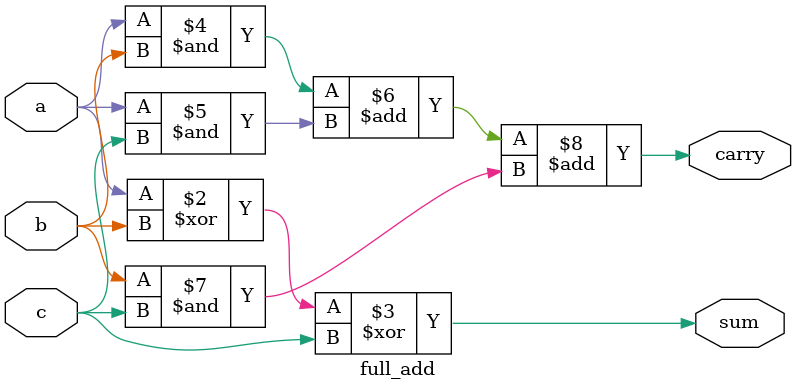
<source format=v>
`timescale 1ns / 1ps
module full_add(a,b,c,sum,carry);
input a,b,c;
output reg sum,carry;
always@(a,b,c)
begin
	sum=a^b^c;
	carry=(a&b)+(a&c)+(b&c);
end
endmodule

</source>
